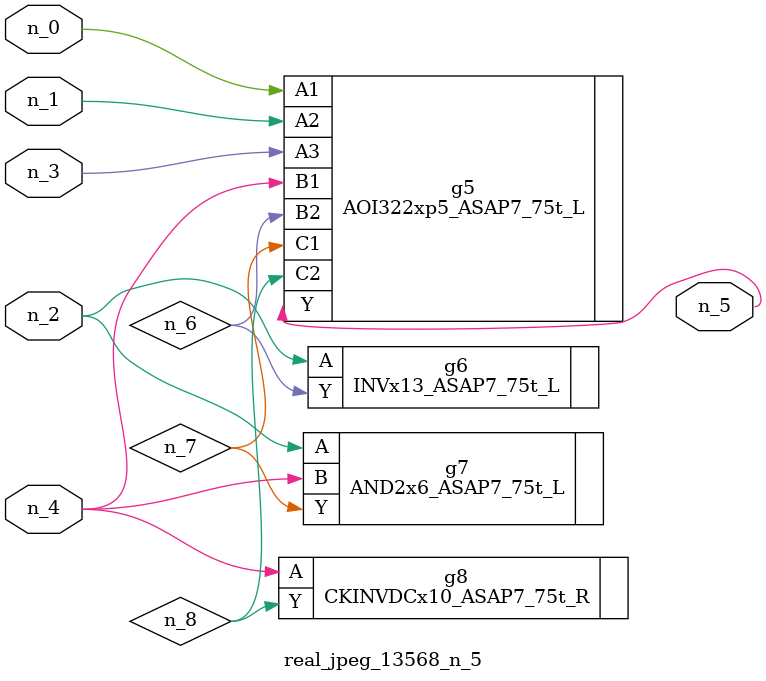
<source format=v>
module real_jpeg_13568_n_5 (n_4, n_0, n_1, n_2, n_3, n_5);

input n_4;
input n_0;
input n_1;
input n_2;
input n_3;

output n_5;

wire n_8;
wire n_6;
wire n_7;

AOI322xp5_ASAP7_75t_L g5 ( 
.A1(n_0),
.A2(n_1),
.A3(n_3),
.B1(n_4),
.B2(n_6),
.C1(n_7),
.C2(n_8),
.Y(n_5)
);

INVx13_ASAP7_75t_L g6 ( 
.A(n_2),
.Y(n_6)
);

AND2x6_ASAP7_75t_L g7 ( 
.A(n_2),
.B(n_4),
.Y(n_7)
);

CKINVDCx10_ASAP7_75t_R g8 ( 
.A(n_4),
.Y(n_8)
);


endmodule
</source>
